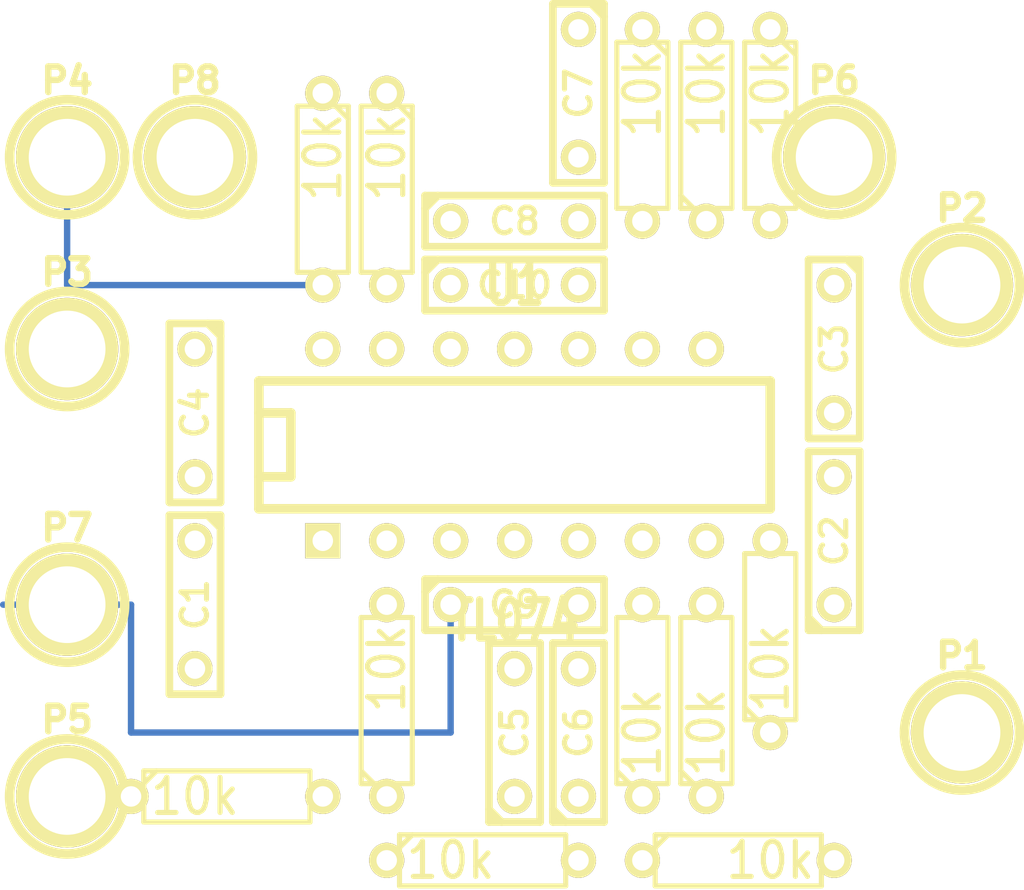
<source format=kicad_pcb>
(kicad_pcb (version 3) (host pcbnew "(2013-07-07 BZR 4022)-stable")

  (general
    (links 50)
    (no_connects 49)
    (area 0 0 0 0)
    (thickness 1.6)
    (drawings 0)
    (tracks 9)
    (zones 0)
    (modules 31)
    (nets 17)
  )

  (page A3)
  (layers
    (15 F.Cu signal)
    (0 B.Cu signal)
    (16 B.Adhes user)
    (17 F.Adhes user)
    (18 B.Paste user)
    (19 F.Paste user)
    (20 B.SilkS user)
    (21 F.SilkS user)
    (22 B.Mask user)
    (23 F.Mask user)
    (24 Dwgs.User user)
    (25 Cmts.User user)
    (26 Eco1.User user)
    (27 Eco2.User user)
    (28 Edge.Cuts user)
  )

  (setup
    (last_trace_width 0.254)
    (trace_clearance 0.254)
    (zone_clearance 0.508)
    (zone_45_only no)
    (trace_min 0.254)
    (segment_width 0.2)
    (edge_width 0.15)
    (via_size 0.889)
    (via_drill 0.635)
    (via_min_size 0.889)
    (via_min_drill 0.508)
    (uvia_size 0.508)
    (uvia_drill 0.127)
    (uvias_allowed no)
    (uvia_min_size 0.508)
    (uvia_min_drill 0.127)
    (pcb_text_width 0.3)
    (pcb_text_size 1.5 1.5)
    (mod_edge_width 0.15)
    (mod_text_size 1.5 1.5)
    (mod_text_width 0.15)
    (pad_size 1.524 1.524)
    (pad_drill 0.762)
    (pad_to_mask_clearance 0.2)
    (aux_axis_origin 0 0)
    (visible_elements FFFFFBBF)
    (pcbplotparams
      (layerselection 3178497)
      (usegerberextensions true)
      (excludeedgelayer true)
      (linewidth 0.100000)
      (plotframeref false)
      (viasonmask false)
      (mode 1)
      (useauxorigin false)
      (hpglpennumber 1)
      (hpglpenspeed 20)
      (hpglpendiameter 15)
      (hpglpenoverlay 2)
      (psnegative false)
      (psa4output false)
      (plotreference true)
      (plotvalue true)
      (plotothertext true)
      (plotinvisibletext false)
      (padsonsilk false)
      (subtractmaskfromsilk false)
      (outputformat 1)
      (mirror false)
      (drillshape 1)
      (scaleselection 1)
      (outputdirectory ""))
  )

  (net 0 "")
  (net 1 AGND)
  (net 2 N-000001)
  (net 3 N-0000010)
  (net 4 N-0000011)
  (net 5 N-0000012)
  (net 6 N-0000013)
  (net 7 N-0000014)
  (net 8 N-000002)
  (net 9 N-000003)
  (net 10 N-000005)
  (net 11 N-000006)
  (net 12 N-000007)
  (net 13 N-000008)
  (net 14 N-000009)
  (net 15 VCC)
  (net 16 VSS)

  (net_class Default "This is the default net class."
    (clearance 0.254)
    (trace_width 0.254)
    (via_dia 0.889)
    (via_drill 0.635)
    (uvia_dia 0.508)
    (uvia_drill 0.127)
    (add_net "")
    (add_net AGND)
    (add_net N-000001)
    (add_net N-0000010)
    (add_net N-0000011)
    (add_net N-0000012)
    (add_net N-0000013)
    (add_net N-0000014)
    (add_net N-000002)
    (add_net N-000003)
    (add_net N-000005)
    (add_net N-000006)
    (add_net N-000007)
    (add_net N-000008)
    (add_net N-000009)
    (add_net VCC)
    (add_net VSS)
  )

  (module tl074 (layer F.Cu) (tedit 5318E8A9) (tstamp 5318EB02)
    (at 55.88 50.8)
    (descr "14 pins DIL package, round pads")
    (tags DIL)
    (path /5316679D)
    (fp_text reference U1 (at 7.62 -10.16) (layer F.SilkS)
      (effects (font (size 1.524 1.143) (thickness 0.3048)))
    )
    (fp_text value TL074 (at 7.62 3.175) (layer F.SilkS)
      (effects (font (size 1.524 1.143) (thickness 0.3048)))
    )
    (fp_line (start -2.54 -6.35) (end 17.78 -6.35) (layer F.SilkS) (width 0.381))
    (fp_line (start 17.78 -1.27) (end -2.54 -1.27) (layer F.SilkS) (width 0.381))
    (fp_line (start -2.54 -1.27) (end -2.54 -6.35) (layer F.SilkS) (width 0.381))
    (fp_line (start -2.54 -5.08) (end -1.27 -5.08) (layer F.SilkS) (width 0.381))
    (fp_line (start -1.27 -5.08) (end -1.27 -2.54) (layer F.SilkS) (width 0.381))
    (fp_line (start -1.27 -2.54) (end -2.54 -2.54) (layer F.SilkS) (width 0.381))
    (fp_line (start 17.78 -6.35) (end 17.78 -1.27) (layer F.SilkS) (width 0.381))
    (pad 1 thru_hole rect (at 0 0) (size 1.397 1.397) (drill 0.8128)
      (layers *.Cu *.Mask F.SilkS)
      (net 11 N-000006)
    )
    (pad 2 thru_hole circle (at 2.54 0) (size 1.397 1.397) (drill 0.8128)
      (layers *.Cu *.Mask F.SilkS)
      (net 2 N-000001)
    )
    (pad 3 thru_hole circle (at 5.08 0) (size 1.397 1.397) (drill 0.8128)
      (layers *.Cu *.Mask F.SilkS)
      (net 1 AGND)
    )
    (pad 4 thru_hole circle (at 7.62 0) (size 1.397 1.397) (drill 0.8128)
      (layers *.Cu *.Mask F.SilkS)
      (net 15 VCC)
    )
    (pad 5 thru_hole circle (at 10.16 0) (size 1.397 1.397) (drill 0.8128)
      (layers *.Cu *.Mask F.SilkS)
      (net 1 AGND)
    )
    (pad 6 thru_hole circle (at 12.7 0) (size 1.397 1.397) (drill 0.8128)
      (layers *.Cu *.Mask F.SilkS)
      (net 8 N-000002)
    )
    (pad 7 thru_hole circle (at 15.24 0) (size 1.397 1.397) (drill 0.8128)
      (layers *.Cu *.Mask F.SilkS)
      (net 10 N-000005)
    )
    (pad 8 thru_hole circle (at 15.24 -7.62) (size 1.397 1.397) (drill 0.8128)
      (layers *.Cu *.Mask F.SilkS)
      (net 12 N-000007)
    )
    (pad 9 thru_hole circle (at 12.7 -7.62) (size 1.397 1.397) (drill 0.8128)
      (layers *.Cu *.Mask F.SilkS)
      (net 13 N-000008)
    )
    (pad 10 thru_hole circle (at 10.16 -7.62) (size 1.397 1.397) (drill 0.8128)
      (layers *.Cu *.Mask F.SilkS)
      (net 1 AGND)
    )
    (pad 11 thru_hole circle (at 7.62 -7.62) (size 1.397 1.397) (drill 0.8128)
      (layers *.Cu *.Mask F.SilkS)
      (net 16 VSS)
    )
    (pad 12 thru_hole circle (at 5.08 -7.62) (size 1.397 1.397) (drill 0.8128)
      (layers *.Cu *.Mask F.SilkS)
      (net 1 AGND)
    )
    (pad 13 thru_hole circle (at 2.54 -7.62) (size 1.397 1.397) (drill 0.8128)
      (layers *.Cu *.Mask F.SilkS)
      (net 9 N-000003)
    )
    (pad 14 thru_hole circle (at 0 -7.62) (size 1.397 1.397) (drill 0.8128)
      (layers *.Cu *.Mask F.SilkS)
      (net 7 N-0000014)
    )
    (model dil/dil_14.wrl
      (at (xyz 0 0 0))
      (scale (xyz 1 1 1))
      (rotate (xyz 0 0 0))
    )
  )

  (module R3_orientado (layer F.Cu) (tedit 5318EB19) (tstamp 5318EC53)
    (at 58.42 60.96 90)
    (descr "Resitance 3 pas")
    (tags R)
    (path /53026A0B)
    (autoplace_cost180 10)
    (fp_text reference R5 (at 5.08 0 90) (layer F.SilkS) hide
      (effects (font (size 1.397 1.27) (thickness 0.2032)))
    )
    (fp_text value 10k (at 5.08 0 90) (layer F.SilkS)
      (effects (font (size 1.397 1.27) (thickness 0.2032)))
    )
    (fp_line (start 0 0) (end 0.508 0) (layer F.SilkS) (width 0.2032))
    (fp_line (start 7.62 0) (end 7.112 0) (layer F.SilkS) (width 0.2032))
    (fp_line (start 7.112 0) (end 7.112 -1.016) (layer F.SilkS) (width 0.2032))
    (fp_line (start 7.112 -1.016) (end 0.508 -1.016) (layer F.SilkS) (width 0.2032))
    (fp_line (start 0.508 -1.016) (end 0.508 1.016) (layer F.SilkS) (width 0.2032))
    (fp_line (start 0.508 1.016) (end 7.112 1.016) (layer F.SilkS) (width 0.2032))
    (fp_line (start 7.112 1.016) (end 7.112 0) (layer F.SilkS) (width 0.2032))
    (fp_line (start 0.508 -0.508) (end 1.016 -1.016) (layer F.SilkS) (width 0.2032))
    (pad 1 thru_hole circle (at 0 0 90) (size 1.397 1.397) (drill 0.8128)
      (layers *.Cu *.Mask F.SilkS)
      (net 4 N-0000011)
    )
    (pad 2 thru_hole circle (at 7.62 0 90) (size 1.397 1.397) (drill 0.8128)
      (layers *.Cu *.Mask F.SilkS)
      (net 2 N-000001)
    )
    (model discret/resistor.wrl
      (at (xyz 0 0 0))
      (scale (xyz 0.3 0.3 0.3))
      (rotate (xyz 0 0 0))
    )
  )

  (module R3_orientado (layer F.Cu) (tedit 5318E953) (tstamp 5318EC61)
    (at 48.26 60.96)
    (descr "Resitance 3 pas")
    (tags R)
    (path /53026A05)
    (autoplace_cost180 10)
    (fp_text reference R4 (at 5.08 0) (layer F.SilkS) hide
      (effects (font (size 1.397 1.27) (thickness 0.2032)))
    )
    (fp_text value 10k (at 2.54 0) (layer F.SilkS)
      (effects (font (size 1.397 1.27) (thickness 0.2032)))
    )
    (fp_line (start 0 0) (end 0.508 0) (layer F.SilkS) (width 0.2032))
    (fp_line (start 7.62 0) (end 7.112 0) (layer F.SilkS) (width 0.2032))
    (fp_line (start 7.112 0) (end 7.112 -1.016) (layer F.SilkS) (width 0.2032))
    (fp_line (start 7.112 -1.016) (end 0.508 -1.016) (layer F.SilkS) (width 0.2032))
    (fp_line (start 0.508 -1.016) (end 0.508 1.016) (layer F.SilkS) (width 0.2032))
    (fp_line (start 0.508 1.016) (end 7.112 1.016) (layer F.SilkS) (width 0.2032))
    (fp_line (start 7.112 1.016) (end 7.112 0) (layer F.SilkS) (width 0.2032))
    (fp_line (start 0.508 -0.508) (end 1.016 -1.016) (layer F.SilkS) (width 0.2032))
    (pad 1 thru_hole circle (at 0 0) (size 1.397 1.397) (drill 0.8128)
      (layers *.Cu *.Mask F.SilkS)
      (net 6 N-0000013)
    )
    (pad 2 thru_hole circle (at 7.62 0) (size 1.397 1.397) (drill 0.8128)
      (layers *.Cu *.Mask F.SilkS)
      (net 4 N-0000011)
    )
    (model discret/resistor.wrl
      (at (xyz 0 0 0))
      (scale (xyz 0.3 0.3 0.3))
      (rotate (xyz 0 0 0))
    )
  )

  (module R3_orientado (layer F.Cu) (tedit 5318EA14) (tstamp 5318EC6F)
    (at 58.42 63.5)
    (descr "Resitance 3 pas")
    (tags R)
    (path /53026A24)
    (autoplace_cost180 10)
    (fp_text reference R1 (at 5.08 0) (layer F.SilkS) hide
      (effects (font (size 1.397 1.27) (thickness 0.2032)))
    )
    (fp_text value 10k (at 2.54 0) (layer F.SilkS)
      (effects (font (size 1.397 1.27) (thickness 0.2032)))
    )
    (fp_line (start 0 0) (end 0.508 0) (layer F.SilkS) (width 0.2032))
    (fp_line (start 7.62 0) (end 7.112 0) (layer F.SilkS) (width 0.2032))
    (fp_line (start 7.112 0) (end 7.112 -1.016) (layer F.SilkS) (width 0.2032))
    (fp_line (start 7.112 -1.016) (end 0.508 -1.016) (layer F.SilkS) (width 0.2032))
    (fp_line (start 0.508 -1.016) (end 0.508 1.016) (layer F.SilkS) (width 0.2032))
    (fp_line (start 0.508 1.016) (end 7.112 1.016) (layer F.SilkS) (width 0.2032))
    (fp_line (start 7.112 1.016) (end 7.112 0) (layer F.SilkS) (width 0.2032))
    (fp_line (start 0.508 -0.508) (end 1.016 -1.016) (layer F.SilkS) (width 0.2032))
    (pad 1 thru_hole circle (at 0 0) (size 1.397 1.397) (drill 0.8128)
      (layers *.Cu *.Mask F.SilkS)
      (net 4 N-0000011)
    )
    (pad 2 thru_hole circle (at 7.62 0) (size 1.397 1.397) (drill 0.8128)
      (layers *.Cu *.Mask F.SilkS)
      (net 11 N-000006)
    )
    (model discret/resistor.wrl
      (at (xyz 0 0 0))
      (scale (xyz 0.3 0.3 0.3))
      (rotate (xyz 0 0 0))
    )
  )

  (module R3_orientado (layer F.Cu) (tedit 5318EA0C) (tstamp 5318EC7D)
    (at 68.58 63.5)
    (descr "Resitance 3 pas")
    (tags R)
    (path /53096FDC)
    (autoplace_cost180 10)
    (fp_text reference R10 (at 5.08 0) (layer F.SilkS) hide
      (effects (font (size 1.397 1.27) (thickness 0.2032)))
    )
    (fp_text value 10k (at 5.08 0) (layer F.SilkS)
      (effects (font (size 1.397 1.27) (thickness 0.2032)))
    )
    (fp_line (start 0 0) (end 0.508 0) (layer F.SilkS) (width 0.2032))
    (fp_line (start 7.62 0) (end 7.112 0) (layer F.SilkS) (width 0.2032))
    (fp_line (start 7.112 0) (end 7.112 -1.016) (layer F.SilkS) (width 0.2032))
    (fp_line (start 7.112 -1.016) (end 0.508 -1.016) (layer F.SilkS) (width 0.2032))
    (fp_line (start 0.508 -1.016) (end 0.508 1.016) (layer F.SilkS) (width 0.2032))
    (fp_line (start 0.508 1.016) (end 7.112 1.016) (layer F.SilkS) (width 0.2032))
    (fp_line (start 7.112 1.016) (end 7.112 0) (layer F.SilkS) (width 0.2032))
    (fp_line (start 0.508 -0.508) (end 1.016 -1.016) (layer F.SilkS) (width 0.2032))
    (pad 1 thru_hole circle (at 0 0) (size 1.397 1.397) (drill 0.8128)
      (layers *.Cu *.Mask F.SilkS)
      (net 11 N-000006)
    )
    (pad 2 thru_hole circle (at 7.62 0) (size 1.397 1.397) (drill 0.8128)
      (layers *.Cu *.Mask F.SilkS)
      (net 5 N-0000012)
    )
    (model discret/resistor.wrl
      (at (xyz 0 0 0))
      (scale (xyz 0.3 0.3 0.3))
      (rotate (xyz 0 0 0))
    )
  )

  (module R3_orientado (layer F.Cu) (tedit 5318E953) (tstamp 5318EC8B)
    (at 71.12 60.96 90)
    (descr "Resitance 3 pas")
    (tags R)
    (path /53096FF4)
    (autoplace_cost180 10)
    (fp_text reference R2 (at 5.08 0 90) (layer F.SilkS) hide
      (effects (font (size 1.397 1.27) (thickness 0.2032)))
    )
    (fp_text value 10k (at 2.54 0 90) (layer F.SilkS)
      (effects (font (size 1.397 1.27) (thickness 0.2032)))
    )
    (fp_line (start 0 0) (end 0.508 0) (layer F.SilkS) (width 0.2032))
    (fp_line (start 7.62 0) (end 7.112 0) (layer F.SilkS) (width 0.2032))
    (fp_line (start 7.112 0) (end 7.112 -1.016) (layer F.SilkS) (width 0.2032))
    (fp_line (start 7.112 -1.016) (end 0.508 -1.016) (layer F.SilkS) (width 0.2032))
    (fp_line (start 0.508 -1.016) (end 0.508 1.016) (layer F.SilkS) (width 0.2032))
    (fp_line (start 0.508 1.016) (end 7.112 1.016) (layer F.SilkS) (width 0.2032))
    (fp_line (start 7.112 1.016) (end 7.112 0) (layer F.SilkS) (width 0.2032))
    (fp_line (start 0.508 -0.508) (end 1.016 -1.016) (layer F.SilkS) (width 0.2032))
    (pad 1 thru_hole circle (at 0 0 90) (size 1.397 1.397) (drill 0.8128)
      (layers *.Cu *.Mask F.SilkS)
      (net 5 N-0000012)
    )
    (pad 2 thru_hole circle (at 7.62 0 90) (size 1.397 1.397) (drill 0.8128)
      (layers *.Cu *.Mask F.SilkS)
      (net 10 N-000005)
    )
    (model discret/resistor.wrl
      (at (xyz 0 0 0))
      (scale (xyz 0.3 0.3 0.3))
      (rotate (xyz 0 0 0))
    )
  )

  (module R3_orientado (layer F.Cu) (tedit 5318E953) (tstamp 5318EC99)
    (at 68.58 60.96 90)
    (descr "Resitance 3 pas")
    (tags R)
    (path /53166DF4)
    (autoplace_cost180 10)
    (fp_text reference R7 (at 5.08 0 90) (layer F.SilkS) hide
      (effects (font (size 1.397 1.27) (thickness 0.2032)))
    )
    (fp_text value 10k (at 2.54 0 90) (layer F.SilkS)
      (effects (font (size 1.397 1.27) (thickness 0.2032)))
    )
    (fp_line (start 0 0) (end 0.508 0) (layer F.SilkS) (width 0.2032))
    (fp_line (start 7.62 0) (end 7.112 0) (layer F.SilkS) (width 0.2032))
    (fp_line (start 7.112 0) (end 7.112 -1.016) (layer F.SilkS) (width 0.2032))
    (fp_line (start 7.112 -1.016) (end 0.508 -1.016) (layer F.SilkS) (width 0.2032))
    (fp_line (start 0.508 -1.016) (end 0.508 1.016) (layer F.SilkS) (width 0.2032))
    (fp_line (start 0.508 1.016) (end 7.112 1.016) (layer F.SilkS) (width 0.2032))
    (fp_line (start 7.112 1.016) (end 7.112 0) (layer F.SilkS) (width 0.2032))
    (fp_line (start 0.508 -0.508) (end 1.016 -1.016) (layer F.SilkS) (width 0.2032))
    (pad 1 thru_hole circle (at 0 0 90) (size 1.397 1.397) (drill 0.8128)
      (layers *.Cu *.Mask F.SilkS)
      (net 5 N-0000012)
    )
    (pad 2 thru_hole circle (at 7.62 0 90) (size 1.397 1.397) (drill 0.8128)
      (layers *.Cu *.Mask F.SilkS)
      (net 8 N-000002)
    )
    (model discret/resistor.wrl
      (at (xyz 0 0 0))
      (scale (xyz 0.3 0.3 0.3))
      (rotate (xyz 0 0 0))
    )
  )

  (module R3_orientado (layer F.Cu) (tedit 5318EAC9) (tstamp 5318ECA7)
    (at 73.66 58.42 90)
    (descr "Resitance 3 pas")
    (tags R)
    (path /530A9496)
    (autoplace_cost180 10)
    (fp_text reference R11 (at 5.08 0 90) (layer F.SilkS) hide
      (effects (font (size 1.397 1.27) (thickness 0.2032)))
    )
    (fp_text value 10k (at 2.54 0 90) (layer F.SilkS)
      (effects (font (size 1.397 1.27) (thickness 0.2032)))
    )
    (fp_line (start 0 0) (end 0.508 0) (layer F.SilkS) (width 0.2032))
    (fp_line (start 7.62 0) (end 7.112 0) (layer F.SilkS) (width 0.2032))
    (fp_line (start 7.112 0) (end 7.112 -1.016) (layer F.SilkS) (width 0.2032))
    (fp_line (start 7.112 -1.016) (end 0.508 -1.016) (layer F.SilkS) (width 0.2032))
    (fp_line (start 0.508 -1.016) (end 0.508 1.016) (layer F.SilkS) (width 0.2032))
    (fp_line (start 0.508 1.016) (end 7.112 1.016) (layer F.SilkS) (width 0.2032))
    (fp_line (start 7.112 1.016) (end 7.112 0) (layer F.SilkS) (width 0.2032))
    (fp_line (start 0.508 -0.508) (end 1.016 -1.016) (layer F.SilkS) (width 0.2032))
    (pad 1 thru_hole circle (at 0 0 90) (size 1.397 1.397) (drill 0.8128)
      (layers *.Cu *.Mask F.SilkS)
      (net 10 N-000005)
    )
    (pad 2 thru_hole circle (at 7.62 0 90) (size 1.397 1.397) (drill 0.8128)
      (layers *.Cu *.Mask F.SilkS)
      (net 14 N-000009)
    )
    (model discret/resistor.wrl
      (at (xyz 0 0 0))
      (scale (xyz 0.3 0.3 0.3))
      (rotate (xyz 0 0 0))
    )
  )

  (module R3_orientado (layer F.Cu) (tedit 5318E953) (tstamp 5318ECB5)
    (at 68.58 30.48 270)
    (descr "Resitance 3 pas")
    (tags R)
    (path /530A949C)
    (autoplace_cost180 10)
    (fp_text reference R8 (at 5.08 0 270) (layer F.SilkS) hide
      (effects (font (size 1.397 1.27) (thickness 0.2032)))
    )
    (fp_text value 10k (at 2.54 0 270) (layer F.SilkS)
      (effects (font (size 1.397 1.27) (thickness 0.2032)))
    )
    (fp_line (start 0 0) (end 0.508 0) (layer F.SilkS) (width 0.2032))
    (fp_line (start 7.62 0) (end 7.112 0) (layer F.SilkS) (width 0.2032))
    (fp_line (start 7.112 0) (end 7.112 -1.016) (layer F.SilkS) (width 0.2032))
    (fp_line (start 7.112 -1.016) (end 0.508 -1.016) (layer F.SilkS) (width 0.2032))
    (fp_line (start 0.508 -1.016) (end 0.508 1.016) (layer F.SilkS) (width 0.2032))
    (fp_line (start 0.508 1.016) (end 7.112 1.016) (layer F.SilkS) (width 0.2032))
    (fp_line (start 7.112 1.016) (end 7.112 0) (layer F.SilkS) (width 0.2032))
    (fp_line (start 0.508 -0.508) (end 1.016 -1.016) (layer F.SilkS) (width 0.2032))
    (pad 1 thru_hole circle (at 0 0 270) (size 1.397 1.397) (drill 0.8128)
      (layers *.Cu *.Mask F.SilkS)
      (net 14 N-000009)
    )
    (pad 2 thru_hole circle (at 7.62 0 270) (size 1.397 1.397) (drill 0.8128)
      (layers *.Cu *.Mask F.SilkS)
      (net 13 N-000008)
    )
    (model discret/resistor.wrl
      (at (xyz 0 0 0))
      (scale (xyz 0.3 0.3 0.3))
      (rotate (xyz 0 0 0))
    )
  )

  (module R3_orientado (layer F.Cu) (tedit 5318E953) (tstamp 5318ECC3)
    (at 55.88 33.02 270)
    (descr "Resitance 3 pas")
    (tags R)
    (path /530A9798)
    (autoplace_cost180 10)
    (fp_text reference R6 (at 5.08 0 270) (layer F.SilkS) hide
      (effects (font (size 1.397 1.27) (thickness 0.2032)))
    )
    (fp_text value 10k (at 2.54 0 270) (layer F.SilkS)
      (effects (font (size 1.397 1.27) (thickness 0.2032)))
    )
    (fp_line (start 0 0) (end 0.508 0) (layer F.SilkS) (width 0.2032))
    (fp_line (start 7.62 0) (end 7.112 0) (layer F.SilkS) (width 0.2032))
    (fp_line (start 7.112 0) (end 7.112 -1.016) (layer F.SilkS) (width 0.2032))
    (fp_line (start 7.112 -1.016) (end 0.508 -1.016) (layer F.SilkS) (width 0.2032))
    (fp_line (start 0.508 -1.016) (end 0.508 1.016) (layer F.SilkS) (width 0.2032))
    (fp_line (start 0.508 1.016) (end 7.112 1.016) (layer F.SilkS) (width 0.2032))
    (fp_line (start 7.112 1.016) (end 7.112 0) (layer F.SilkS) (width 0.2032))
    (fp_line (start 0.508 -0.508) (end 1.016 -1.016) (layer F.SilkS) (width 0.2032))
    (pad 1 thru_hole circle (at 0 0 270) (size 1.397 1.397) (drill 0.8128)
      (layers *.Cu *.Mask F.SilkS)
      (net 3 N-0000010)
    )
    (pad 2 thru_hole circle (at 7.62 0 270) (size 1.397 1.397) (drill 0.8128)
      (layers *.Cu *.Mask F.SilkS)
      (net 7 N-0000014)
    )
    (model discret/resistor.wrl
      (at (xyz 0 0 0))
      (scale (xyz 0.3 0.3 0.3))
      (rotate (xyz 0 0 0))
    )
  )

  (module R3_orientado (layer F.Cu) (tedit 5318EA8F) (tstamp 5318ECD1)
    (at 73.66 30.48 270)
    (descr "Resitance 3 pas")
    (tags R)
    (path /530A94AE)
    (autoplace_cost180 10)
    (fp_text reference R3 (at 5.08 0 270) (layer F.SilkS) hide
      (effects (font (size 1.397 1.27) (thickness 0.2032)))
    )
    (fp_text value 10k (at 2.54 0 270) (layer F.SilkS)
      (effects (font (size 1.397 1.27) (thickness 0.2032)))
    )
    (fp_line (start 0 0) (end 0.508 0) (layer F.SilkS) (width 0.2032))
    (fp_line (start 7.62 0) (end 7.112 0) (layer F.SilkS) (width 0.2032))
    (fp_line (start 7.112 0) (end 7.112 -1.016) (layer F.SilkS) (width 0.2032))
    (fp_line (start 7.112 -1.016) (end 0.508 -1.016) (layer F.SilkS) (width 0.2032))
    (fp_line (start 0.508 -1.016) (end 0.508 1.016) (layer F.SilkS) (width 0.2032))
    (fp_line (start 0.508 1.016) (end 7.112 1.016) (layer F.SilkS) (width 0.2032))
    (fp_line (start 7.112 1.016) (end 7.112 0) (layer F.SilkS) (width 0.2032))
    (fp_line (start 0.508 -0.508) (end 1.016 -1.016) (layer F.SilkS) (width 0.2032))
    (pad 1 thru_hole circle (at 0 0 270) (size 1.397 1.397) (drill 0.8128)
      (layers *.Cu *.Mask F.SilkS)
      (net 14 N-000009)
    )
    (pad 2 thru_hole circle (at 7.62 0 270) (size 1.397 1.397) (drill 0.8128)
      (layers *.Cu *.Mask F.SilkS)
      (net 12 N-000007)
    )
    (model discret/resistor.wrl
      (at (xyz 0 0 0))
      (scale (xyz 0.3 0.3 0.3))
      (rotate (xyz 0 0 0))
    )
  )

  (module R3_orientado (layer F.Cu) (tedit 5318EA94) (tstamp 5318ECDF)
    (at 71.12 38.1 90)
    (descr "Resitance 3 pas")
    (tags R)
    (path /530A9780)
    (autoplace_cost180 10)
    (fp_text reference R12 (at 5.08 0 90) (layer F.SilkS) hide
      (effects (font (size 1.397 1.27) (thickness 0.2032)))
    )
    (fp_text value 10k (at 5.08 0 90) (layer F.SilkS)
      (effects (font (size 1.397 1.27) (thickness 0.2032)))
    )
    (fp_line (start 0 0) (end 0.508 0) (layer F.SilkS) (width 0.2032))
    (fp_line (start 7.62 0) (end 7.112 0) (layer F.SilkS) (width 0.2032))
    (fp_line (start 7.112 0) (end 7.112 -1.016) (layer F.SilkS) (width 0.2032))
    (fp_line (start 7.112 -1.016) (end 0.508 -1.016) (layer F.SilkS) (width 0.2032))
    (fp_line (start 0.508 -1.016) (end 0.508 1.016) (layer F.SilkS) (width 0.2032))
    (fp_line (start 0.508 1.016) (end 7.112 1.016) (layer F.SilkS) (width 0.2032))
    (fp_line (start 7.112 1.016) (end 7.112 0) (layer F.SilkS) (width 0.2032))
    (fp_line (start 0.508 -0.508) (end 1.016 -1.016) (layer F.SilkS) (width 0.2032))
    (pad 1 thru_hole circle (at 0 0 90) (size 1.397 1.397) (drill 0.8128)
      (layers *.Cu *.Mask F.SilkS)
      (net 12 N-000007)
    )
    (pad 2 thru_hole circle (at 7.62 0 90) (size 1.397 1.397) (drill 0.8128)
      (layers *.Cu *.Mask F.SilkS)
      (net 3 N-0000010)
    )
    (model discret/resistor.wrl
      (at (xyz 0 0 0))
      (scale (xyz 0.3 0.3 0.3))
      (rotate (xyz 0 0 0))
    )
  )

  (module R3_orientado (layer F.Cu) (tedit 5318E953) (tstamp 5318ECED)
    (at 58.42 33.02 270)
    (descr "Resitance 3 pas")
    (tags R)
    (path /530A9786)
    (autoplace_cost180 10)
    (fp_text reference R9 (at 5.08 0 270) (layer F.SilkS) hide
      (effects (font (size 1.397 1.27) (thickness 0.2032)))
    )
    (fp_text value 10k (at 2.54 0 270) (layer F.SilkS)
      (effects (font (size 1.397 1.27) (thickness 0.2032)))
    )
    (fp_line (start 0 0) (end 0.508 0) (layer F.SilkS) (width 0.2032))
    (fp_line (start 7.62 0) (end 7.112 0) (layer F.SilkS) (width 0.2032))
    (fp_line (start 7.112 0) (end 7.112 -1.016) (layer F.SilkS) (width 0.2032))
    (fp_line (start 7.112 -1.016) (end 0.508 -1.016) (layer F.SilkS) (width 0.2032))
    (fp_line (start 0.508 -1.016) (end 0.508 1.016) (layer F.SilkS) (width 0.2032))
    (fp_line (start 0.508 1.016) (end 7.112 1.016) (layer F.SilkS) (width 0.2032))
    (fp_line (start 7.112 1.016) (end 7.112 0) (layer F.SilkS) (width 0.2032))
    (fp_line (start 0.508 -0.508) (end 1.016 -1.016) (layer F.SilkS) (width 0.2032))
    (pad 1 thru_hole circle (at 0 0 270) (size 1.397 1.397) (drill 0.8128)
      (layers *.Cu *.Mask F.SilkS)
      (net 3 N-0000010)
    )
    (pad 2 thru_hole circle (at 7.62 0 270) (size 1.397 1.397) (drill 0.8128)
      (layers *.Cu *.Mask F.SilkS)
      (net 9 N-000003)
    )
    (model discret/resistor.wrl
      (at (xyz 0 0 0))
      (scale (xyz 0.3 0.3 0.3))
      (rotate (xyz 0 0 0))
    )
  )

  (module C2 (layer F.Cu) (tedit 200000) (tstamp 5318ECF8)
    (at 63.5 40.64)
    (descr "Condensateur = 2 pas")
    (tags C)
    (path /5318AF75)
    (fp_text reference C10 (at 0 0) (layer F.SilkS)
      (effects (font (size 1.016 1.016) (thickness 0.2032)))
    )
    (fp_text value 0.1uF (at 0 0) (layer F.SilkS) hide
      (effects (font (size 1.016 1.016) (thickness 0.2032)))
    )
    (fp_line (start -3.556 -1.016) (end 3.556 -1.016) (layer F.SilkS) (width 0.3048))
    (fp_line (start 3.556 -1.016) (end 3.556 1.016) (layer F.SilkS) (width 0.3048))
    (fp_line (start 3.556 1.016) (end -3.556 1.016) (layer F.SilkS) (width 0.3048))
    (fp_line (start -3.556 1.016) (end -3.556 -1.016) (layer F.SilkS) (width 0.3048))
    (fp_line (start -3.556 -0.508) (end -3.048 -1.016) (layer F.SilkS) (width 0.3048))
    (pad 1 thru_hole circle (at -2.54 0) (size 1.397 1.397) (drill 0.8128)
      (layers *.Cu *.Mask F.SilkS)
      (net 16 VSS)
    )
    (pad 2 thru_hole circle (at 2.54 0) (size 1.397 1.397) (drill 0.8128)
      (layers *.Cu *.Mask F.SilkS)
      (net 1 AGND)
    )
    (model discret/capa_2pas_5x5mm.wrl
      (at (xyz 0 0 0))
      (scale (xyz 1 1 1))
      (rotate (xyz 0 0 0))
    )
  )

  (module C2 (layer F.Cu) (tedit 200000) (tstamp 5318ED03)
    (at 63.5 53.34)
    (descr "Condensateur = 2 pas")
    (tags C)
    (path /5318AF6F)
    (fp_text reference C9 (at 0 0) (layer F.SilkS)
      (effects (font (size 1.016 1.016) (thickness 0.2032)))
    )
    (fp_text value 0.1uF (at 0 0) (layer F.SilkS) hide
      (effects (font (size 1.016 1.016) (thickness 0.2032)))
    )
    (fp_line (start -3.556 -1.016) (end 3.556 -1.016) (layer F.SilkS) (width 0.3048))
    (fp_line (start 3.556 -1.016) (end 3.556 1.016) (layer F.SilkS) (width 0.3048))
    (fp_line (start 3.556 1.016) (end -3.556 1.016) (layer F.SilkS) (width 0.3048))
    (fp_line (start -3.556 1.016) (end -3.556 -1.016) (layer F.SilkS) (width 0.3048))
    (fp_line (start -3.556 -0.508) (end -3.048 -1.016) (layer F.SilkS) (width 0.3048))
    (pad 1 thru_hole circle (at -2.54 0) (size 1.397 1.397) (drill 0.8128)
      (layers *.Cu *.Mask F.SilkS)
      (net 15 VCC)
    )
    (pad 2 thru_hole circle (at 2.54 0) (size 1.397 1.397) (drill 0.8128)
      (layers *.Cu *.Mask F.SilkS)
      (net 1 AGND)
    )
    (model discret/capa_2pas_5x5mm.wrl
      (at (xyz 0 0 0))
      (scale (xyz 1 1 1))
      (rotate (xyz 0 0 0))
    )
  )

  (module C2 (layer F.Cu) (tedit 200000) (tstamp 5318ED0E)
    (at 76.2 50.8 90)
    (descr "Condensateur = 2 pas")
    (tags C)
    (path /53096FEE)
    (fp_text reference C2 (at 0 0 90) (layer F.SilkS)
      (effects (font (size 1.016 1.016) (thickness 0.2032)))
    )
    (fp_text value 360pF (at 0 0 90) (layer F.SilkS) hide
      (effects (font (size 1.016 1.016) (thickness 0.2032)))
    )
    (fp_line (start -3.556 -1.016) (end 3.556 -1.016) (layer F.SilkS) (width 0.3048))
    (fp_line (start 3.556 -1.016) (end 3.556 1.016) (layer F.SilkS) (width 0.3048))
    (fp_line (start 3.556 1.016) (end -3.556 1.016) (layer F.SilkS) (width 0.3048))
    (fp_line (start -3.556 1.016) (end -3.556 -1.016) (layer F.SilkS) (width 0.3048))
    (fp_line (start -3.556 -0.508) (end -3.048 -1.016) (layer F.SilkS) (width 0.3048))
    (pad 1 thru_hole circle (at -2.54 0 90) (size 1.397 1.397) (drill 0.8128)
      (layers *.Cu *.Mask F.SilkS)
      (net 10 N-000005)
    )
    (pad 2 thru_hole circle (at 2.54 0 90) (size 1.397 1.397) (drill 0.8128)
      (layers *.Cu *.Mask F.SilkS)
      (net 8 N-000002)
    )
    (model discret/capa_2pas_5x5mm.wrl
      (at (xyz 0 0 0))
      (scale (xyz 1 1 1))
      (rotate (xyz 0 0 0))
    )
  )

  (module C2 (layer F.Cu) (tedit 200000) (tstamp 5318ED19)
    (at 50.8 45.72 270)
    (descr "Condensateur = 2 pas")
    (tags C)
    (path /530A9792)
    (fp_text reference C4 (at 0 0 270) (layer F.SilkS)
      (effects (font (size 1.016 1.016) (thickness 0.2032)))
    )
    (fp_text value 82pF (at 0 0 270) (layer F.SilkS) hide
      (effects (font (size 1.016 1.016) (thickness 0.2032)))
    )
    (fp_line (start -3.556 -1.016) (end 3.556 -1.016) (layer F.SilkS) (width 0.3048))
    (fp_line (start 3.556 -1.016) (end 3.556 1.016) (layer F.SilkS) (width 0.3048))
    (fp_line (start 3.556 1.016) (end -3.556 1.016) (layer F.SilkS) (width 0.3048))
    (fp_line (start -3.556 1.016) (end -3.556 -1.016) (layer F.SilkS) (width 0.3048))
    (fp_line (start -3.556 -0.508) (end -3.048 -1.016) (layer F.SilkS) (width 0.3048))
    (pad 1 thru_hole circle (at -2.54 0 270) (size 1.397 1.397) (drill 0.8128)
      (layers *.Cu *.Mask F.SilkS)
      (net 7 N-0000014)
    )
    (pad 2 thru_hole circle (at 2.54 0 270) (size 1.397 1.397) (drill 0.8128)
      (layers *.Cu *.Mask F.SilkS)
      (net 9 N-000003)
    )
    (model discret/capa_2pas_5x5mm.wrl
      (at (xyz 0 0 0))
      (scale (xyz 1 1 1))
      (rotate (xyz 0 0 0))
    )
  )

  (module C2 (layer F.Cu) (tedit 200000) (tstamp 5318ED24)
    (at 63.5 38.1)
    (descr "Condensateur = 2 pas")
    (tags C)
    (path /530A978C)
    (fp_text reference C8 (at 0 0) (layer F.SilkS)
      (effects (font (size 1.016 1.016) (thickness 0.2032)))
    )
    (fp_text value 4.7nF (at 0 0) (layer F.SilkS) hide
      (effects (font (size 1.016 1.016) (thickness 0.2032)))
    )
    (fp_line (start -3.556 -1.016) (end 3.556 -1.016) (layer F.SilkS) (width 0.3048))
    (fp_line (start 3.556 -1.016) (end 3.556 1.016) (layer F.SilkS) (width 0.3048))
    (fp_line (start 3.556 1.016) (end -3.556 1.016) (layer F.SilkS) (width 0.3048))
    (fp_line (start -3.556 1.016) (end -3.556 -1.016) (layer F.SilkS) (width 0.3048))
    (fp_line (start -3.556 -0.508) (end -3.048 -1.016) (layer F.SilkS) (width 0.3048))
    (pad 1 thru_hole circle (at -2.54 0) (size 1.397 1.397) (drill 0.8128)
      (layers *.Cu *.Mask F.SilkS)
      (net 3 N-0000010)
    )
    (pad 2 thru_hole circle (at 2.54 0) (size 1.397 1.397) (drill 0.8128)
      (layers *.Cu *.Mask F.SilkS)
      (net 1 AGND)
    )
    (model discret/capa_2pas_5x5mm.wrl
      (at (xyz 0 0 0))
      (scale (xyz 1 1 1))
      (rotate (xyz 0 0 0))
    )
  )

  (module C2 (layer F.Cu) (tedit 200000) (tstamp 5318ED2F)
    (at 76.2 43.18 270)
    (descr "Condensateur = 2 pas")
    (tags C)
    (path /530A94A8)
    (fp_text reference C3 (at 0 0 270) (layer F.SilkS)
      (effects (font (size 1.016 1.016) (thickness 0.2032)))
    )
    (fp_text value 240pF (at 0 0 270) (layer F.SilkS) hide
      (effects (font (size 1.016 1.016) (thickness 0.2032)))
    )
    (fp_line (start -3.556 -1.016) (end 3.556 -1.016) (layer F.SilkS) (width 0.3048))
    (fp_line (start 3.556 -1.016) (end 3.556 1.016) (layer F.SilkS) (width 0.3048))
    (fp_line (start 3.556 1.016) (end -3.556 1.016) (layer F.SilkS) (width 0.3048))
    (fp_line (start -3.556 1.016) (end -3.556 -1.016) (layer F.SilkS) (width 0.3048))
    (fp_line (start -3.556 -0.508) (end -3.048 -1.016) (layer F.SilkS) (width 0.3048))
    (pad 1 thru_hole circle (at -2.54 0 270) (size 1.397 1.397) (drill 0.8128)
      (layers *.Cu *.Mask F.SilkS)
      (net 12 N-000007)
    )
    (pad 2 thru_hole circle (at 2.54 0 270) (size 1.397 1.397) (drill 0.8128)
      (layers *.Cu *.Mask F.SilkS)
      (net 13 N-000008)
    )
    (model discret/capa_2pas_5x5mm.wrl
      (at (xyz 0 0 0))
      (scale (xyz 1 1 1))
      (rotate (xyz 0 0 0))
    )
  )

  (module C2 (layer F.Cu) (tedit 200000) (tstamp 5318ED3A)
    (at 66.04 33.02 270)
    (descr "Condensateur = 2 pas")
    (tags C)
    (path /530A94A2)
    (fp_text reference C7 (at 0 0 270) (layer F.SilkS)
      (effects (font (size 1.016 1.016) (thickness 0.2032)))
    )
    (fp_text value 1.8nF (at 0 0 270) (layer F.SilkS) hide
      (effects (font (size 1.016 1.016) (thickness 0.2032)))
    )
    (fp_line (start -3.556 -1.016) (end 3.556 -1.016) (layer F.SilkS) (width 0.3048))
    (fp_line (start 3.556 -1.016) (end 3.556 1.016) (layer F.SilkS) (width 0.3048))
    (fp_line (start 3.556 1.016) (end -3.556 1.016) (layer F.SilkS) (width 0.3048))
    (fp_line (start -3.556 1.016) (end -3.556 -1.016) (layer F.SilkS) (width 0.3048))
    (fp_line (start -3.556 -0.508) (end -3.048 -1.016) (layer F.SilkS) (width 0.3048))
    (pad 1 thru_hole circle (at -2.54 0 270) (size 1.397 1.397) (drill 0.8128)
      (layers *.Cu *.Mask F.SilkS)
      (net 14 N-000009)
    )
    (pad 2 thru_hole circle (at 2.54 0 270) (size 1.397 1.397) (drill 0.8128)
      (layers *.Cu *.Mask F.SilkS)
      (net 1 AGND)
    )
    (model discret/capa_2pas_5x5mm.wrl
      (at (xyz 0 0 0))
      (scale (xyz 1 1 1))
      (rotate (xyz 0 0 0))
    )
  )

  (module C2 (layer F.Cu) (tedit 200000) (tstamp 5318ED45)
    (at 50.8 53.34 270)
    (descr "Condensateur = 2 pas")
    (tags C)
    (path /53097011)
    (fp_text reference C1 (at 0 0 270) (layer F.SilkS)
      (effects (font (size 1.016 1.016) (thickness 0.2032)))
    )
    (fp_text value 430pF (at 0 0 270) (layer F.SilkS) hide
      (effects (font (size 1.016 1.016) (thickness 0.2032)))
    )
    (fp_line (start -3.556 -1.016) (end 3.556 -1.016) (layer F.SilkS) (width 0.3048))
    (fp_line (start 3.556 -1.016) (end 3.556 1.016) (layer F.SilkS) (width 0.3048))
    (fp_line (start 3.556 1.016) (end -3.556 1.016) (layer F.SilkS) (width 0.3048))
    (fp_line (start -3.556 1.016) (end -3.556 -1.016) (layer F.SilkS) (width 0.3048))
    (fp_line (start -3.556 -0.508) (end -3.048 -1.016) (layer F.SilkS) (width 0.3048))
    (pad 1 thru_hole circle (at -2.54 0 270) (size 1.397 1.397) (drill 0.8128)
      (layers *.Cu *.Mask F.SilkS)
      (net 11 N-000006)
    )
    (pad 2 thru_hole circle (at 2.54 0 270) (size 1.397 1.397) (drill 0.8128)
      (layers *.Cu *.Mask F.SilkS)
      (net 2 N-000001)
    )
    (model discret/capa_2pas_5x5mm.wrl
      (at (xyz 0 0 0))
      (scale (xyz 1 1 1))
      (rotate (xyz 0 0 0))
    )
  )

  (module C2 (layer F.Cu) (tedit 200000) (tstamp 5318ED50)
    (at 66.04 58.42 90)
    (descr "Condensateur = 2 pas")
    (tags C)
    (path /53096FE8)
    (fp_text reference C6 (at 0 0 90) (layer F.SilkS)
      (effects (font (size 1.016 1.016) (thickness 0.2032)))
    )
    (fp_text value 1.1nF (at 0 0 90) (layer F.SilkS) hide
      (effects (font (size 1.016 1.016) (thickness 0.2032)))
    )
    (fp_line (start -3.556 -1.016) (end 3.556 -1.016) (layer F.SilkS) (width 0.3048))
    (fp_line (start 3.556 -1.016) (end 3.556 1.016) (layer F.SilkS) (width 0.3048))
    (fp_line (start 3.556 1.016) (end -3.556 1.016) (layer F.SilkS) (width 0.3048))
    (fp_line (start -3.556 1.016) (end -3.556 -1.016) (layer F.SilkS) (width 0.3048))
    (fp_line (start -3.556 -0.508) (end -3.048 -1.016) (layer F.SilkS) (width 0.3048))
    (pad 1 thru_hole circle (at -2.54 0 90) (size 1.397 1.397) (drill 0.8128)
      (layers *.Cu *.Mask F.SilkS)
      (net 5 N-0000012)
    )
    (pad 2 thru_hole circle (at 2.54 0 90) (size 1.397 1.397) (drill 0.8128)
      (layers *.Cu *.Mask F.SilkS)
      (net 1 AGND)
    )
    (model discret/capa_2pas_5x5mm.wrl
      (at (xyz 0 0 0))
      (scale (xyz 1 1 1))
      (rotate (xyz 0 0 0))
    )
  )

  (module C2 (layer F.Cu) (tedit 200000) (tstamp 5318ED5B)
    (at 63.5 58.42 90)
    (descr "Condensateur = 2 pas")
    (tags C)
    (path /53026A18)
    (fp_text reference C5 (at 0 0 90) (layer F.SilkS)
      (effects (font (size 1.016 1.016) (thickness 0.2032)))
    )
    (fp_text value 1nF (at 0 0 90) (layer F.SilkS) hide
      (effects (font (size 1.016 1.016) (thickness 0.2032)))
    )
    (fp_line (start -3.556 -1.016) (end 3.556 -1.016) (layer F.SilkS) (width 0.3048))
    (fp_line (start 3.556 -1.016) (end 3.556 1.016) (layer F.SilkS) (width 0.3048))
    (fp_line (start 3.556 1.016) (end -3.556 1.016) (layer F.SilkS) (width 0.3048))
    (fp_line (start -3.556 1.016) (end -3.556 -1.016) (layer F.SilkS) (width 0.3048))
    (fp_line (start -3.556 -0.508) (end -3.048 -1.016) (layer F.SilkS) (width 0.3048))
    (pad 1 thru_hole circle (at -2.54 0 90) (size 1.397 1.397) (drill 0.8128)
      (layers *.Cu *.Mask F.SilkS)
      (net 4 N-0000011)
    )
    (pad 2 thru_hole circle (at 2.54 0 90) (size 1.397 1.397) (drill 0.8128)
      (layers *.Cu *.Mask F.SilkS)
      (net 1 AGND)
    )
    (model discret/capa_2pas_5x5mm.wrl
      (at (xyz 0 0 0))
      (scale (xyz 1 1 1))
      (rotate (xyz 0 0 0))
    )
  )

  (module 1pin (layer F.Cu) (tedit 200000) (tstamp 5318ED61)
    (at 45.72 60.96)
    (descr "module 1 pin (ou trou mecanique de percage)")
    (tags DEV)
    (path /531651B7)
    (fp_text reference P5 (at 0 -3.048) (layer F.SilkS)
      (effects (font (size 1.016 1.016) (thickness 0.254)))
    )
    (fp_text value TST (at 0 2.794) (layer F.SilkS) hide
      (effects (font (size 1.016 1.016) (thickness 0.254)))
    )
    (fp_circle (center 0 0) (end 0 -2.286) (layer F.SilkS) (width 0.381))
    (pad 1 thru_hole circle (at 0 0) (size 4.064 4.064) (drill 3.048)
      (layers *.Cu *.Mask F.SilkS)
      (net 6 N-0000013)
    )
  )

  (module 1pin (layer F.Cu) (tedit 200000) (tstamp 5318ED67)
    (at 45.72 35.56)
    (descr "module 1 pin (ou trou mecanique de percage)")
    (tags DEV)
    (path /5316523A)
    (fp_text reference P4 (at 0 -3.048) (layer F.SilkS)
      (effects (font (size 1.016 1.016) (thickness 0.254)))
    )
    (fp_text value TST (at 0 2.794) (layer F.SilkS) hide
      (effects (font (size 1.016 1.016) (thickness 0.254)))
    )
    (fp_circle (center 0 0) (end 0 -2.286) (layer F.SilkS) (width 0.381))
    (pad 1 thru_hole circle (at 0 0) (size 4.064 4.064) (drill 3.048)
      (layers *.Cu *.Mask F.SilkS)
      (net 7 N-0000014)
    )
  )

  (module 1pin (layer F.Cu) (tedit 200000) (tstamp 5318ED6D)
    (at 45.72 43.18)
    (descr "module 1 pin (ou trou mecanique de percage)")
    (tags DEV)
    (path /53165435)
    (fp_text reference P3 (at 0 -3.048) (layer F.SilkS)
      (effects (font (size 1.016 1.016) (thickness 0.254)))
    )
    (fp_text value TST (at 0 2.794) (layer F.SilkS) hide
      (effects (font (size 1.016 1.016) (thickness 0.254)))
    )
    (fp_circle (center 0 0) (end 0 -2.286) (layer F.SilkS) (width 0.381))
    (pad 1 thru_hole circle (at 0 0) (size 4.064 4.064) (drill 3.048)
      (layers *.Cu *.Mask F.SilkS)
      (net 11 N-000006)
    )
  )

  (module 1pin (layer F.Cu) (tedit 200000) (tstamp 5318ED73)
    (at 81.28 58.42)
    (descr "module 1 pin (ou trou mecanique de percage)")
    (tags DEV)
    (path /5316547F)
    (fp_text reference P1 (at 0 -3.048) (layer F.SilkS)
      (effects (font (size 1.016 1.016) (thickness 0.254)))
    )
    (fp_text value TST (at 0 2.794) (layer F.SilkS) hide
      (effects (font (size 1.016 1.016) (thickness 0.254)))
    )
    (fp_circle (center 0 0) (end 0 -2.286) (layer F.SilkS) (width 0.381))
    (pad 1 thru_hole circle (at 0 0) (size 4.064 4.064) (drill 3.048)
      (layers *.Cu *.Mask F.SilkS)
      (net 10 N-000005)
    )
  )

  (module 1pin (layer F.Cu) (tedit 200000) (tstamp 5318ED79)
    (at 81.28 40.64)
    (descr "module 1 pin (ou trou mecanique de percage)")
    (tags DEV)
    (path /531654CC)
    (fp_text reference P2 (at 0 -3.048) (layer F.SilkS)
      (effects (font (size 1.016 1.016) (thickness 0.254)))
    )
    (fp_text value TST (at 0 2.794) (layer F.SilkS) hide
      (effects (font (size 1.016 1.016) (thickness 0.254)))
    )
    (fp_circle (center 0 0) (end 0 -2.286) (layer F.SilkS) (width 0.381))
    (pad 1 thru_hole circle (at 0 0) (size 4.064 4.064) (drill 3.048)
      (layers *.Cu *.Mask F.SilkS)
      (net 12 N-000007)
    )
  )

  (module 1pin (layer F.Cu) (tedit 200000) (tstamp 5318ED7F)
    (at 76.2 35.56)
    (descr "module 1 pin (ou trou mecanique de percage)")
    (tags DEV)
    (path /53165675)
    (fp_text reference P6 (at 0 -3.048) (layer F.SilkS)
      (effects (font (size 1.016 1.016) (thickness 0.254)))
    )
    (fp_text value TST (at 0 2.794) (layer F.SilkS) hide
      (effects (font (size 1.016 1.016) (thickness 0.254)))
    )
    (fp_circle (center 0 0) (end 0 -2.286) (layer F.SilkS) (width 0.381))
    (pad 1 thru_hole circle (at 0 0) (size 4.064 4.064) (drill 3.048)
      (layers *.Cu *.Mask F.SilkS)
      (net 1 AGND)
    )
  )

  (module 1pin (layer F.Cu) (tedit 200000) (tstamp 5318ED85)
    (at 45.72 53.34)
    (descr "module 1 pin (ou trou mecanique de percage)")
    (tags DEV)
    (path /53176471)
    (fp_text reference P7 (at 0 -3.048) (layer F.SilkS)
      (effects (font (size 1.016 1.016) (thickness 0.254)))
    )
    (fp_text value TST (at 0 2.794) (layer F.SilkS) hide
      (effects (font (size 1.016 1.016) (thickness 0.254)))
    )
    (fp_circle (center 0 0) (end 0 -2.286) (layer F.SilkS) (width 0.381))
    (pad 1 thru_hole circle (at 0 0) (size 4.064 4.064) (drill 3.048)
      (layers *.Cu *.Mask F.SilkS)
      (net 15 VCC)
    )
  )

  (module 1pin (layer F.Cu) (tedit 200000) (tstamp 5318ED8B)
    (at 50.8 35.56)
    (descr "module 1 pin (ou trou mecanique de percage)")
    (tags DEV)
    (path /53176477)
    (fp_text reference P8 (at 0 -3.048) (layer F.SilkS)
      (effects (font (size 1.016 1.016) (thickness 0.254)))
    )
    (fp_text value TST (at 0 2.794) (layer F.SilkS) hide
      (effects (font (size 1.016 1.016) (thickness 0.254)))
    )
    (fp_circle (center 0 0) (end 0 -2.286) (layer F.SilkS) (width 0.381))
    (pad 1 thru_hole circle (at 0 0) (size 4.064 4.064) (drill 3.048)
      (layers *.Cu *.Mask F.SilkS)
      (net 16 VSS)
    )
  )

  (segment (start 45.72 35.56) (end 45.72 40.64) (width 0.254) (layer B.Cu) (net 7))
  (segment (start 45.72 40.64) (end 55.88 40.64) (width 0.254) (layer B.Cu) (net 7) (tstamp 5318F149) (status 20))
  (segment (start 58.42 40.64) (end 58.42 40.64) (width 0.254) (layer B.Cu) (net 9) (status 10))
  (segment (start 73.66 30.48) (end 73.66 30.48) (width 0.254) (layer B.Cu) (net 14) (tstamp 5318F0A5) (status 20))
  (segment (start 68.58 30.48) (end 68.58 30.48) (width 0.254) (layer B.Cu) (net 14) (status 10))
  (segment (start 60.96 53.34) (end 60.96 58.42) (width 0.254) (layer B.Cu) (net 15))
  (segment (start 60.96 58.42) (end 48.26 58.42) (width 0.254) (layer B.Cu) (net 15) (tstamp 5318F188))
  (segment (start 48.26 58.42) (end 48.26 53.34) (width 0.254) (layer B.Cu) (net 15) (tstamp 5318F189))
  (segment (start 48.26 53.34) (end 43.18 53.34) (width 0.254) (layer B.Cu) (net 15) (tstamp 5318F18A))

)

</source>
